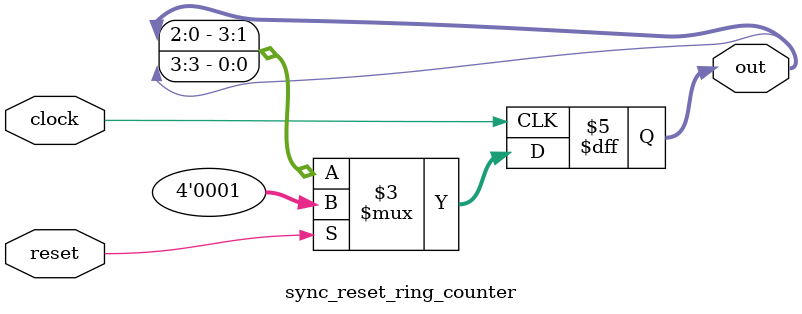
<source format=sv>
module sync_reset_ring_counter(
    input wire clock,
    input wire reset, // Active-high reset
    output reg [3:0] out
);
    always @(posedge clock) begin
        if (reset)
            out <= 4'b0001; // Initial state
        else
            out <= {out[2:0], out[3]}; // Rotate
    end
endmodule
</source>
